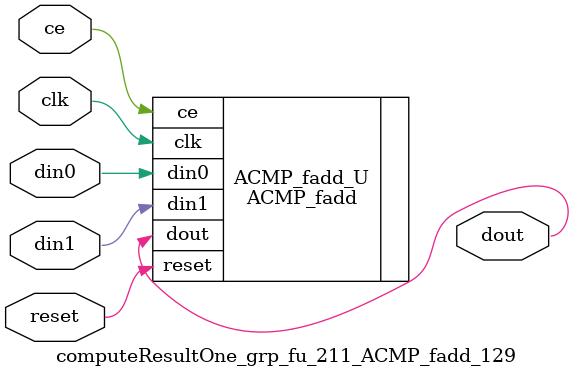
<source format=v>

`timescale 1 ns / 1 ps
module computeResultOne_grp_fu_211_ACMP_fadd_129(
    clk,
    reset,
    ce,
    din0,
    din1,
    dout);

parameter ID = 32'd1;
parameter NUM_STAGE = 32'd1;
parameter din0_WIDTH = 32'd1;
parameter din1_WIDTH = 32'd1;
parameter dout_WIDTH = 32'd1;
input clk;
input reset;
input ce;
input[din0_WIDTH - 1:0] din0;
input[din1_WIDTH - 1:0] din1;
output[dout_WIDTH - 1:0] dout;



ACMP_fadd #(
.ID( ID ),
.NUM_STAGE( 4 ),
.din0_WIDTH( din0_WIDTH ),
.din1_WIDTH( din1_WIDTH ),
.dout_WIDTH( dout_WIDTH ))
ACMP_fadd_U(
    .clk( clk ),
    .reset( reset ),
    .ce( ce ),
    .din0( din0 ),
    .din1( din1 ),
    .dout( dout ));

endmodule

</source>
